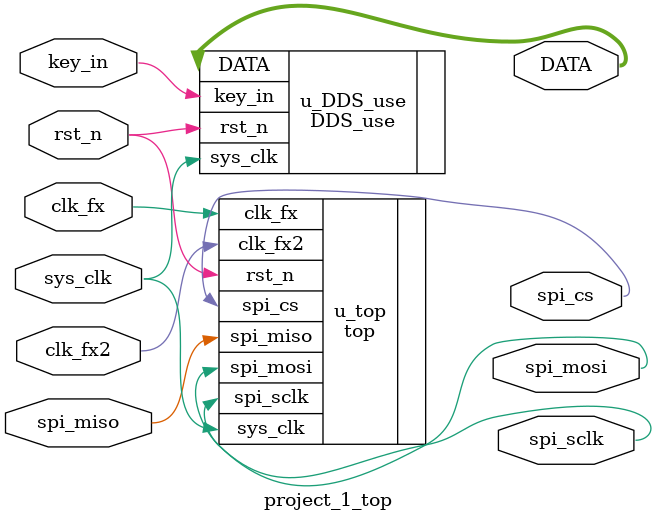
<source format=v>
module project_1_top(
    input                               sys_clk                    ,// ??????100MHz
    input                               rst_n                      ,// ????????????????
//???????
    input                               clk_fx                     ,
    input                               clk_fx2                    ,
//spi???
    input                               spi_miso                   ,
    output                              spi_sclk                   ,
    output                              spi_cs                     ,
    output                              spi_mosi                   ,

    output             [  11:0]         DATA                       ,
    
    input                               key_in                      //ÆµÂÊÇÐ»»


    );
DDS_use u_DDS_use(
    .sys_clk                           (sys_clk                   ),
    .rst_n                             (rst_n                     ),
    .key_in                            (key_in                    ),
    .DATA                              (DATA                      ) 
);
top u_top(
    .sys_clk                           (sys_clk                   ),
    .rst_n                             (rst_n                     ),
    .clk_fx                            (clk_fx                    ),
    .clk_fx2                           (clk_fx2                   ),
    .spi_sclk                          (spi_sclk                  ),
    .spi_cs                            (spi_cs                    ),
    .spi_mosi                          (spi_mosi                  ),
    .spi_miso                          (spi_miso                  ) 
);


endmodule

</source>
